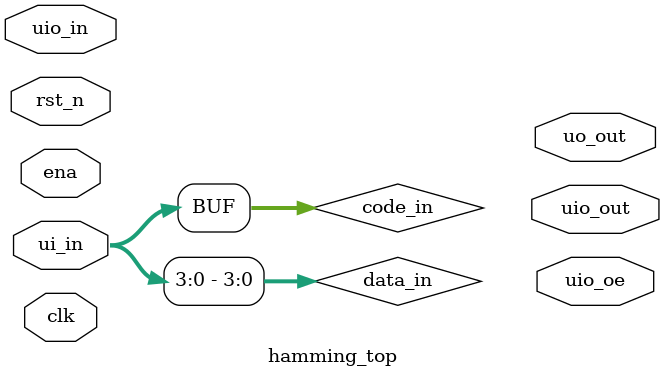
<source format=v>
/*
 * Copyright (c) 2025 Cynthia Ma, Helena Zhang
 * SPDX-License-Identifier: Apache-2.0
 */

`default_nettype none

module hamming_top (
    input  wire [7:0] ui_in,    // Dedicated inputs
    output wire [7:0] uo_out,   // Dedicated outputs
    input  wire [7:0] uio_in,   // IOs: Input path
    output wire [7:0] uio_out,  // IOs: Output path
    output wire [7:0] uio_oe,   // IOs: Enable path (active high: 0=input, 1=output)
    input  wire       ena,      // always 1 when the design is powered, so you can ignore it
    input  wire       clk,      // clock
    input  wire       rst_n     // reset_n - low to reset
);

    wire [3:0] data_in = ui_in[3:0]; // 4-bit data for encoder
    wire [7:0] code_in = ui_in[7:0]; // 8-bit code for decoder

    // declare signals for outputs
    wire [7:0] encoded_code;
    wire [7:0] decoded_data;


    //

endmodule
</source>
